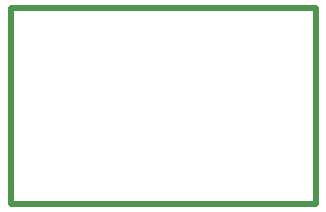
<source format=gko>
%FSLAX33Y33*%
%MOMM*%
%ADD10C,0.508*%
D10*
%LNpath-0*%
G01*
X15800Y18075D02*
X41600Y18075D01*
X41600Y34650*
X15800Y34650*
X15800Y18075*
%LNmechanical details_traces*%
M02*
</source>
